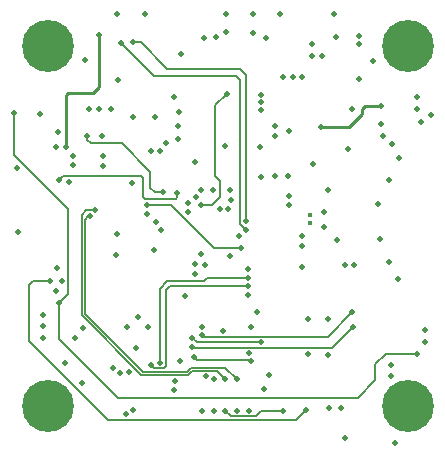
<source format=gbr>
%TF.GenerationSoftware,KiCad,Pcbnew,(6.0.4)*%
%TF.CreationDate,2023-01-18T12:07:05-06:00*%
%TF.ProjectId,Flight_Controller,466c6967-6874-45f4-936f-6e74726f6c6c,rev?*%
%TF.SameCoordinates,Original*%
%TF.FileFunction,Copper,L3,Inr*%
%TF.FilePolarity,Positive*%
%FSLAX46Y46*%
G04 Gerber Fmt 4.6, Leading zero omitted, Abs format (unit mm)*
G04 Created by KiCad (PCBNEW (6.0.4)) date 2023-01-18 12:07:05*
%MOMM*%
%LPD*%
G01*
G04 APERTURE LIST*
%TA.AperFunction,ComponentPad*%
%ADD10C,0.700000*%
%TD*%
%TA.AperFunction,ComponentPad*%
%ADD11C,4.400000*%
%TD*%
%TA.AperFunction,ViaPad*%
%ADD12C,0.508000*%
%TD*%
%TA.AperFunction,ViaPad*%
%ADD13C,0.400000*%
%TD*%
%TA.AperFunction,Conductor*%
%ADD14C,0.127000*%
%TD*%
%TA.AperFunction,Conductor*%
%ADD15C,0.254000*%
%TD*%
G04 APERTURE END LIST*
D10*
%TO.N,N/C*%
%TO.C,H3*%
X122510000Y-94110000D03*
D11*
X122510000Y-92460000D03*
D10*
X123676726Y-91293274D03*
X121343274Y-93626726D03*
X123676726Y-93626726D03*
X124160000Y-92460000D03*
X121343274Y-91293274D03*
X122510000Y-90810000D03*
X120860000Y-92460000D03*
%TD*%
%TO.N,N/C*%
%TO.C,H4*%
X121343274Y-63126726D03*
X123676726Y-60793274D03*
X121343274Y-60793274D03*
X122510000Y-60310000D03*
X122510000Y-63610000D03*
D11*
X122510000Y-61960000D03*
D10*
X124160000Y-61960000D03*
X120860000Y-61960000D03*
X123676726Y-63126726D03*
%TD*%
%TO.N,N/C*%
%TO.C,H1*%
X154176732Y-60793272D03*
X151843280Y-60793272D03*
X151843280Y-63126724D03*
X153010006Y-63609998D03*
X154660006Y-61959998D03*
X154176732Y-63126724D03*
D11*
X153010006Y-61959998D03*
D10*
X151360006Y-61959998D03*
X153010006Y-60309998D03*
%TD*%
%TO.N,N/C*%
%TO.C,H2*%
X154176726Y-93626726D03*
X153010000Y-90810000D03*
X154176726Y-91293274D03*
X154660000Y-92460000D03*
X151843274Y-91293274D03*
X153010000Y-94110000D03*
X151360000Y-92460000D03*
D11*
X153010000Y-92460000D03*
D10*
X151843274Y-93626726D03*
%TD*%
D12*
%TO.N,+3V3*%
X137940000Y-79750000D03*
X135450000Y-79620000D03*
%TO.N,GND*%
X140530000Y-66110000D03*
X140520000Y-67410000D03*
X140520000Y-66730000D03*
%TO.N,+5V*%
X147890000Y-70720000D03*
%TO.N,GND*%
X128300000Y-79690000D03*
X148850000Y-64750000D03*
X129750000Y-67980000D03*
X131600000Y-67975000D03*
X129600000Y-73625000D03*
X137300000Y-86100000D03*
X123300000Y-80775000D03*
X153750000Y-66330000D03*
X145690000Y-62840000D03*
X151360000Y-80260000D03*
X130120000Y-84900000D03*
X125970000Y-67290000D03*
X123690000Y-81890000D03*
X142925000Y-75475000D03*
X124275000Y-73525000D03*
X123380000Y-69250000D03*
X144520000Y-85070000D03*
X128440000Y-64850000D03*
X127980000Y-89280000D03*
X133550000Y-69860000D03*
X134940000Y-81320000D03*
X127150000Y-71300000D03*
X151930000Y-95610000D03*
X146250000Y-88120000D03*
X129240000Y-85770000D03*
X146330000Y-92640000D03*
X139530000Y-92880000D03*
X145874994Y-76049988D03*
X128340000Y-59280000D03*
X147000000Y-78375000D03*
X142170000Y-59270000D03*
X144540000Y-88070000D03*
X123930000Y-88850000D03*
X144840000Y-62850000D03*
X138710000Y-78100000D03*
X134400000Y-76020000D03*
X122120000Y-85720000D03*
X150910000Y-69590000D03*
X126860000Y-67290000D03*
X137570000Y-59270000D03*
X140225000Y-84525000D03*
X139530000Y-87980000D03*
X151390000Y-73350000D03*
X150070000Y-63280000D03*
X135530000Y-92880000D03*
X135800000Y-80500000D03*
X151610000Y-70260000D03*
X146200000Y-85080000D03*
X119940000Y-77750000D03*
X143980000Y-78040000D03*
X154390000Y-86040000D03*
X132030000Y-70910000D03*
X146920000Y-61200000D03*
X147690000Y-80570000D03*
X154120000Y-68400000D03*
X148270000Y-67360000D03*
X145850000Y-77350010D03*
X151590000Y-89960000D03*
X130950000Y-85750000D03*
X148860000Y-61860000D03*
X129730000Y-92820000D03*
X138530000Y-92880000D03*
X127140000Y-72150000D03*
X141010000Y-61340000D03*
X148860000Y-61120000D03*
X127820000Y-67290000D03*
%TO.N,+3V3*%
X142820000Y-73030000D03*
X141690000Y-68790000D03*
X142925000Y-74650000D03*
X148380000Y-80570000D03*
X119900000Y-72330000D03*
X133610000Y-67600000D03*
X140580000Y-73040000D03*
X141250000Y-89880000D03*
X132120000Y-77570000D03*
X139880000Y-59270000D03*
X143990000Y-78920000D03*
X141690000Y-69600000D03*
X143990000Y-80700000D03*
X140450000Y-70580000D03*
X146710000Y-59300000D03*
X151580000Y-88990000D03*
X137500000Y-70430000D03*
X139675000Y-85750000D03*
X141690000Y-73030000D03*
X131220000Y-70900000D03*
%TO.N,+5V*%
X134930000Y-80420000D03*
X122120000Y-86730000D03*
X121830000Y-67710000D03*
X125490000Y-85870000D03*
X154400000Y-87030000D03*
X153740000Y-67310000D03*
X125670000Y-63170000D03*
X144950000Y-71940000D03*
X146200000Y-74220000D03*
X129090000Y-93180000D03*
X122130000Y-84730000D03*
X147320000Y-92670000D03*
X133210000Y-91110000D03*
X130730000Y-59260000D03*
%TO.N,+BATT*%
X142380000Y-64610000D03*
X143220000Y-64600000D03*
X144060000Y-64590000D03*
%TO.N,Net-(C24-Pad1)*%
X150730000Y-67070000D03*
X145650000Y-68870000D03*
%TO.N,Net-(C25-Pad1)*%
X127100000Y-69610000D03*
%TO.N,+9V*%
X123180000Y-70550000D03*
X126810000Y-61060000D03*
X124630000Y-72100000D03*
X140770000Y-91000000D03*
X124030000Y-70560000D03*
X147644500Y-95150000D03*
X124610000Y-71290000D03*
%TO.N,NRST*%
X128370000Y-77910000D03*
X133530000Y-68740000D03*
%TO.N,ESC_TEL_RX*%
X135750000Y-61280000D03*
X123170000Y-82730000D03*
%TO.N,ADC_Current*%
X136750000Y-61250000D03*
X130900000Y-76240000D03*
%TO.N,RADIO_RX*%
X129330000Y-89630000D03*
%TO.N,RADIO_TX*%
X128640000Y-89656000D03*
%TO.N,Net-(P1-PadA5)*%
X150490000Y-75390000D03*
X152250000Y-71480000D03*
%TO.N,Net-(P1-PadB5)*%
X152160000Y-81710000D03*
X150580000Y-78316979D03*
%TO.N,VIDEO_IN*%
X124780000Y-86730000D03*
%TO.N,V_SENSE1*%
X125850000Y-69569500D03*
X132260000Y-74350000D03*
%TO.N,V_SENSE2*%
X150690000Y-68550000D03*
%TO.N,BOOT0*%
X133460000Y-74410000D03*
X123480000Y-73310000D03*
%TO.N,GPS_TX*%
X128700000Y-61760000D03*
X139310000Y-77530000D03*
%TO.N,GYRO_CS*%
X136460000Y-74140000D03*
%TO.N,GYRO_SCK*%
X137960000Y-74150000D03*
%TO.N,GYRO_MOSI*%
X137112500Y-75810000D03*
%TO.N,GYRO_MISO*%
X137780000Y-75830000D03*
%TO.N,GYRO_INT1*%
X138890000Y-79090000D03*
X130910000Y-75430000D03*
%TO.N,OSD_CS*%
X139480000Y-83050000D03*
X134076044Y-83173956D03*
%TO.N,OSD_MOSI*%
X139470000Y-80910000D03*
X133720000Y-88650000D03*
%TO.N,OSD_CLK*%
X139470000Y-82310000D03*
X131220000Y-89000000D03*
%TO.N,OSD_MISO*%
X139470000Y-81610000D03*
X131980000Y-88810000D03*
%TO.N,Flash_CS*%
X139700000Y-88650000D03*
X134880000Y-88330000D03*
%TO.N,Flash_MISO*%
X134740000Y-86690000D03*
X140520000Y-87060000D03*
%TO.N,Flash_MOSI*%
X135516000Y-86484948D03*
X148280000Y-84520000D03*
%TO.N,Flash_CLK*%
X134730000Y-87490000D03*
X148300000Y-85790000D03*
%TO.N,ADC_BATT*%
X131630000Y-76880000D03*
X144830000Y-61840000D03*
D13*
%TO.N,/Connectors/D-*%
X144730000Y-76952500D03*
D12*
%TO.N,LED_STRIP*%
X119600000Y-67660000D03*
X153740000Y-88030000D03*
X123450000Y-83760000D03*
X129980000Y-87520000D03*
X154960000Y-67830000D03*
%TO.N,DJI_TX*%
X142390000Y-92930000D03*
X137530000Y-92880000D03*
%TO.N,DJI_RX*%
X136530000Y-92870000D03*
%TO.N,DJI_SBUS*%
X135900000Y-89940000D03*
%TO.N,GPS_RX*%
X129700000Y-61650000D03*
X139310000Y-76780000D03*
%TO.N,GPS_I2C_SDA*%
X139910000Y-60920000D03*
X132500000Y-70220000D03*
%TO.N,GPS_I2C_SCL*%
X137610000Y-60780000D03*
X133210000Y-66280000D03*
D13*
%TO.N,/Connectors/D+*%
X144730000Y-76317500D03*
D12*
%TO.N,VIDEO_OUT*%
X122690000Y-81870000D03*
X144330000Y-92830000D03*
%TO.N,Motor 1*%
X138040000Y-75030000D03*
X142880000Y-69180000D03*
%TO.N,Motor 2*%
X135480000Y-75430000D03*
X137640000Y-66040000D03*
%TO.N,Motor 3*%
X135460000Y-74190000D03*
%TO.N,Motor 4*%
X134960000Y-71810000D03*
%TO.N,Motor 5*%
X133751044Y-62651044D03*
X135020000Y-74800000D03*
%TO.N,GPIO_3*%
X137540000Y-90210000D03*
X126530000Y-75910000D03*
%TO.N,GPIO_4*%
X126044000Y-76410000D03*
X138530000Y-90210000D03*
%TO.N,GPIO_1*%
X133250000Y-90330000D03*
X131500000Y-79280000D03*
%TO.N,GPIO_2*%
X136530000Y-90210000D03*
X135516000Y-85740000D03*
%TO.N,Net-(R27-Pad1)*%
X125420000Y-90550000D03*
X134400000Y-75260000D03*
%TD*%
D14*
%TO.N,Flash_CS*%
X135140000Y-88590000D02*
X139640000Y-88590000D01*
X134880000Y-88330000D02*
X135140000Y-88590000D01*
X139640000Y-88590000D02*
X139700000Y-88650000D01*
%TO.N,GYRO_INT1*%
X138890000Y-79090000D02*
X136580000Y-79090000D01*
X136580000Y-79090000D02*
X132920000Y-75430000D01*
X132920000Y-75430000D02*
X130910000Y-75430000D01*
D15*
%TO.N,Net-(C24-Pad1)*%
X148000000Y-68870000D02*
X149120000Y-67750000D01*
X149360000Y-67070000D02*
X150730000Y-67070000D01*
X145650000Y-68870000D02*
X148000000Y-68870000D01*
X149120000Y-67750000D02*
X149120000Y-67310000D01*
X149120000Y-67310000D02*
X149360000Y-67070000D01*
%TO.N,+9V*%
X124030000Y-66100000D02*
X124030000Y-70560000D01*
X126350000Y-65940000D02*
X124190000Y-65940000D01*
X126810000Y-65480000D02*
X126350000Y-65940000D01*
X126810000Y-61060000D02*
X126810000Y-65480000D01*
X124190000Y-65940000D02*
X124030000Y-66100000D01*
D14*
%TO.N,V_SENSE1*%
X131170000Y-72630000D02*
X128760000Y-70220000D01*
X131170000Y-73990000D02*
X131170000Y-72630000D01*
X125850000Y-69950000D02*
X125850000Y-69569500D01*
X131530000Y-74350000D02*
X131170000Y-73990000D01*
X132260000Y-74350000D02*
X131530000Y-74350000D01*
X126120000Y-70220000D02*
X125850000Y-69950000D01*
X128760000Y-70220000D02*
X126120000Y-70220000D01*
%TO.N,BOOT0*%
X133460000Y-74790000D02*
X133460000Y-74410000D01*
X130580000Y-74780000D02*
X130730000Y-74930000D01*
X123480000Y-73310000D02*
X123800000Y-72990000D01*
X123800000Y-72990000D02*
X130400000Y-72990000D01*
X130400000Y-72990000D02*
X130580000Y-73170000D01*
X130730000Y-74930000D02*
X133320000Y-74930000D01*
X133320000Y-74930000D02*
X133460000Y-74790000D01*
X130580000Y-73170000D02*
X130580000Y-74780000D01*
%TO.N,GPS_TX*%
X138450000Y-64510000D02*
X138800734Y-64860734D01*
X138800734Y-77020734D02*
X139310000Y-77530000D01*
X138800734Y-64860734D02*
X138800734Y-77020734D01*
X128700000Y-61760000D02*
X131450000Y-64510000D01*
X131450000Y-64510000D02*
X138450000Y-64510000D01*
%TO.N,OSD_CLK*%
X131500000Y-89280000D02*
X131220000Y-89000000D01*
X132530000Y-82630000D02*
X132530000Y-89050000D01*
X132530000Y-89050000D02*
X132300000Y-89280000D01*
X132300000Y-89280000D02*
X131500000Y-89280000D01*
X139470000Y-82310000D02*
X132850000Y-82310000D01*
X132850000Y-82310000D02*
X132530000Y-82630000D01*
%TO.N,OSD_MISO*%
X136010000Y-81610000D02*
X139470000Y-81610000D01*
X135700000Y-81920000D02*
X136010000Y-81610000D01*
X131980000Y-82560000D02*
X132620000Y-81920000D01*
X132620000Y-81920000D02*
X135700000Y-81920000D01*
X131980000Y-88810000D02*
X131980000Y-82560000D01*
%TO.N,Flash_MISO*%
X135110000Y-87060000D02*
X140520000Y-87060000D01*
X134740000Y-86690000D02*
X135110000Y-87060000D01*
%TO.N,Flash_MOSI*%
X146210000Y-86590000D02*
X148280000Y-84520000D01*
X135516000Y-86484948D02*
X135621052Y-86590000D01*
X135621052Y-86590000D02*
X146210000Y-86590000D01*
%TO.N,Flash_CLK*%
X148300000Y-85790000D02*
X146560000Y-87530000D01*
X146560000Y-87530000D02*
X134770000Y-87530000D01*
X134770000Y-87530000D02*
X134730000Y-87490000D01*
%TO.N,LED_STRIP*%
X124210000Y-75800000D02*
X119600000Y-71190000D01*
X150220000Y-90270000D02*
X150220000Y-88930000D01*
X150220000Y-88930000D02*
X151120000Y-88030000D01*
X123450000Y-83760000D02*
X123450000Y-86780000D01*
X124210000Y-83000000D02*
X124210000Y-75800000D01*
X119600000Y-71190000D02*
X119600000Y-67660000D01*
X151120000Y-88030000D02*
X153740000Y-88030000D01*
X123450000Y-86780000D02*
X128420000Y-91750000D01*
X148740000Y-91750000D02*
X150220000Y-90270000D01*
X128420000Y-91750000D02*
X148740000Y-91750000D01*
X123450000Y-83760000D02*
X124210000Y-83000000D01*
%TO.N,DJI_TX*%
X140140000Y-93350000D02*
X138000000Y-93350000D01*
X138000000Y-93350000D02*
X137530000Y-92880000D01*
X142390000Y-92930000D02*
X140560000Y-92930000D01*
X140560000Y-92930000D02*
X140140000Y-93350000D01*
%TO.N,GPS_RX*%
X129700000Y-61650000D02*
X130350000Y-61650000D01*
X132630000Y-63930000D02*
X138790000Y-63930000D01*
X139310000Y-64450000D02*
X139310000Y-76780000D01*
X130350000Y-61650000D02*
X132630000Y-63930000D01*
X138790000Y-63930000D02*
X139310000Y-64450000D01*
%TO.N,VIDEO_OUT*%
X143520000Y-93640000D02*
X127630000Y-93640000D01*
X120930000Y-86940000D02*
X120930000Y-82210000D01*
X144330000Y-92830000D02*
X143520000Y-93640000D01*
X127630000Y-93640000D02*
X120930000Y-86940000D01*
X121270000Y-81870000D02*
X122690000Y-81870000D01*
X120930000Y-82210000D02*
X121270000Y-81870000D01*
%TO.N,Motor 2*%
X137080000Y-73420000D02*
X137080000Y-74760000D01*
X136693321Y-73033321D02*
X137080000Y-73420000D01*
X137080000Y-74760000D02*
X136410000Y-75430000D01*
X136693321Y-66986679D02*
X136693321Y-73033321D01*
X136410000Y-75430000D02*
X135480000Y-75430000D01*
X137640000Y-66040000D02*
X136693321Y-66986679D01*
%TO.N,GPIO_3*%
X134330000Y-89850000D02*
X134710000Y-89470000D01*
X130420000Y-89850000D02*
X134330000Y-89850000D01*
X136800000Y-89470000D02*
X137540000Y-90210000D01*
X125350000Y-76270000D02*
X125350000Y-84780000D01*
X126530000Y-75910000D02*
X125710000Y-75910000D01*
X134710000Y-89470000D02*
X136800000Y-89470000D01*
X125350000Y-84780000D02*
X130420000Y-89850000D01*
X125710000Y-75910000D02*
X125350000Y-76270000D01*
%TO.N,GPIO_4*%
X134611468Y-89210000D02*
X134260734Y-89560734D01*
X138530000Y-90210000D02*
X137530000Y-89210000D01*
X134611468Y-89210000D02*
X137530000Y-89210000D01*
X130525012Y-89596480D02*
X134224988Y-89596480D01*
X125920000Y-76410000D02*
X125603520Y-76726480D01*
X125603520Y-76726480D02*
X125603520Y-84674988D01*
X134260734Y-89560734D02*
X134224988Y-89596480D01*
X125603520Y-84674988D02*
X130525012Y-89596480D01*
X126044000Y-76410000D02*
X125920000Y-76410000D01*
%TD*%
M02*

</source>
